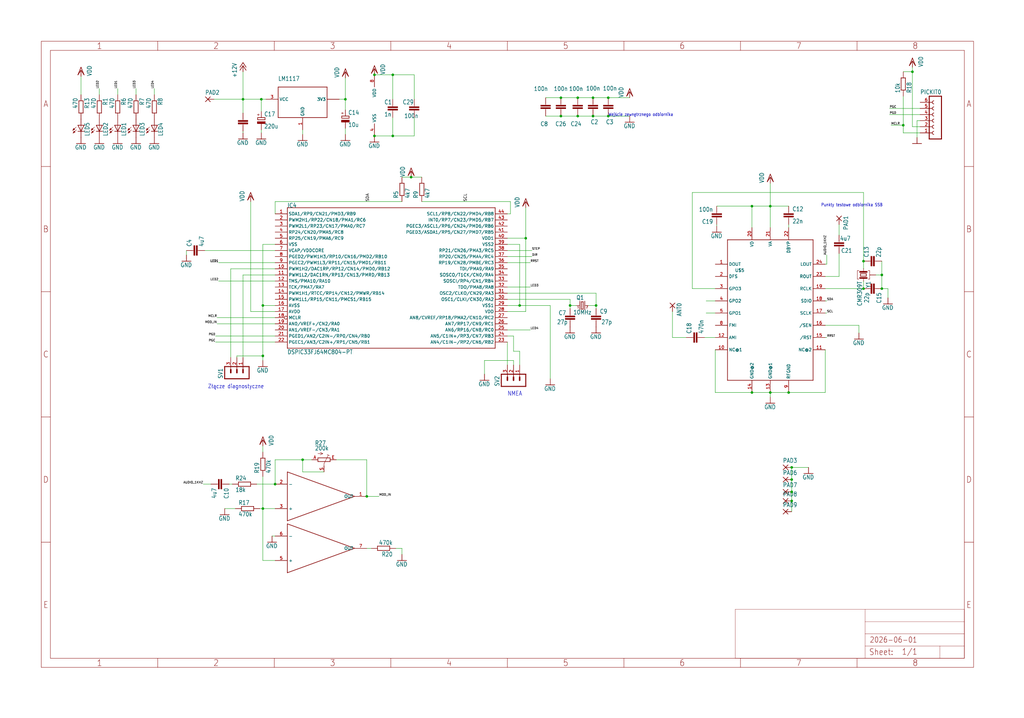
<source format=kicad_sch>
(kicad_sch (version 20231120) (generator "eeschema") (generator_version "8.0")
  (paper "User" 425.45 298.602)
  (junction (at 246.38 48.26))
  (junction (at 163.195 56.515))
  (junction (at 252.73 48.26))
  (junction (at 114.3 201.295))
  (junction (at 170.815 73.66))
  (junction (at 312.42 163.195))
  (junction (at 240.03 48.26))
  (junction (at 152.4 206.375))
  (junction (at 236.855 127))
  (junction (at 328.93 199.39))
  (junction (at 320.04 85.725))
  (junction (at 375.285 52.07))
  (junction (at 155.575 56.515))
  (junction (at 218.44 99.06))
  (junction (at 252.73 40.64))
  (junction (at 125.73 191.135))
  (junction (at 320.04 163.195))
  (junction (at 163.195 31.115))
  (junction (at 366.395 114.3))
  (junction (at 233.045 48.26))
  (junction (at 109.22 147.955))
  (junction (at 215.9 127))
  (junction (at 109.22 211.455))
  (junction (at 328.93 194.31))
  (junction (at 240.03 40.64))
  (junction (at 312.42 85.725))
  (junction (at 366.395 120.015))
  (junction (at 100.965 41.275))
  (junction (at 155.575 31.115))
  (junction (at 143.51 41.275))
  (junction (at 379.095 29.845))
  (junction (at 108.585 41.275))
  (junction (at 358.775 108.585))
  (junction (at 233.045 40.64))
  (junction (at 246.38 40.64))
  (junction (at 327.66 163.195))
  (junction (at 247.65 127))
  (junction (at 328.93 204.47))
  (junction (at 358.775 120.015))
  (junction (at 109.22 127))
  (junction (at 328.93 208.28))
  (wire (pts (xy 210.82 119.38) (xy 220.345 119.38)) (stroke (width 0.1524)))
  (wire (pts (xy 201.295 149.86) (xy 201.295 155.575)) (stroke (width 0.1524)))
  (wire (pts (xy 297.18 125.095) (xy 293.37 125.095)) (stroke (width 0.1524)))
  (wire (pts (xy 279.4 140.335) (xy 285.115 140.335)) (stroke (width 0.1524)))
  (wire (pts (xy 172.085 48.895) (xy 172.085 56.515)) (stroke (width 0.1524)))
  (wire (pts (xy 328.93 194.31) (xy 335.915 194.31)) (stroke (width 0.1524)))
  (wire (pts (xy 113.03 222.885) (xy 114.3 222.885)) (stroke (width 0.1524)))
  (wire (pts (xy 368.935 120.015) (xy 368.935 123.825)) (stroke (width 0.1524)))
  (wire (pts (xy 328.93 194.31) (xy 328.93 199.39)) (stroke (width 0.1524)))
  (wire (pts (xy 129.54 191.135) (xy 125.73 191.135)) (stroke (width 0.1524)))
  (wire (pts (xy 100.965 114.3) (xy 100.965 148.59)) (stroke (width 0.1524)))
  (wire (pts (xy 108.585 53.975) (xy 108.585 55.245)) (stroke (width 0.1524)))
  (wire (pts (xy 95.25 201.295) (xy 96.52 201.295)) (stroke (width 0.1524)))
  (wire (pts (xy 143.51 45.72) (xy 143.51 41.275)) (stroke (width 0.1524)))
  (wire (pts (xy 287.655 120.015) (xy 297.18 120.015)) (stroke (width 0.1524)))
  (wire (pts (xy 356.87 135.255) (xy 356.87 138.43)) (stroke (width 0.1524)))
  (wire (pts (xy 215.9 146.05) (xy 215.9 151.765)) (stroke (width 0.1524)))
  (wire (pts (xy 109.22 198.12) (xy 109.22 211.455)) (stroke (width 0.1524)))
  (wire (pts (xy 167.005 83.82) (xy 114.3 83.82)) (stroke (width 0.1524)))
  (wire (pts (xy 328.93 204.47) (xy 328.93 208.28)) (stroke (width 0.1524)))
  (wire (pts (xy 228.6 127) (xy 228.6 157.48)) (stroke (width 0.1524)))
  (wire (pts (xy 246.38 40.64) (xy 240.03 40.64)) (stroke (width 0.1524)))
  (wire (pts (xy 215.9 127) (xy 210.82 127)) (stroke (width 0.1524)))
  (wire (pts (xy 342.9 145.415) (xy 342.9 163.195)) (stroke (width 0.1524)))
  (wire (pts (xy 236.855 127) (xy 236.855 128.27)) (stroke (width 0.1524)))
  (wire (pts (xy 48.895 36.83) (xy 48.895 39.37)) (stroke (width 0.1524)))
  (wire (pts (xy 382.27 50.165) (xy 381 50.165)) (stroke (width 0.1524)))
  (wire (pts (xy 95.885 148.59) (xy 95.885 111.76)) (stroke (width 0.1524)))
  (wire (pts (xy 210.82 109.22) (xy 220.345 109.22)) (stroke (width 0.1524)))
  (wire (pts (xy 327.66 93.345) (xy 327.66 94.615)) (stroke (width 0.1524)))
  (wire (pts (xy 348.615 114.935) (xy 348.615 105.41)) (stroke (width 0.1524)))
  (wire (pts (xy 114.3 211.455) (xy 109.22 211.455)) (stroke (width 0.1524)))
  (wire (pts (xy 98.425 147.955) (xy 109.22 147.955)) (stroke (width 0.1524)))
  (wire (pts (xy 56.515 39.37) (xy 56.515 36.83)) (stroke (width 0.1524)))
  (wire (pts (xy 89.535 142.24) (xy 114.3 142.24)) (stroke (width 0.1524)))
  (wire (pts (xy 236.855 127) (xy 239.395 127)) (stroke (width 0.1524)))
  (wire (pts (xy 109.22 211.455) (xy 109.22 233.045)) (stroke (width 0.1524)))
  (wire (pts (xy 152.4 206.375) (xy 157.48 206.375)) (stroke (width 0.1524)))
  (wire (pts (xy 375.285 55.245) (xy 382.27 55.245)) (stroke (width 0.1524)))
  (wire (pts (xy 100.965 29.845) (xy 100.965 41.275)) (stroke (width 0.1524)))
  (wire (pts (xy 108.585 41.275) (xy 100.965 41.275)) (stroke (width 0.1524)))
  (wire (pts (xy 212.09 88.9) (xy 212.09 83.82)) (stroke (width 0.1524)))
  (wire (pts (xy 134.62 196.215) (xy 125.73 196.215)) (stroke (width 0.1524)))
  (wire (pts (xy 100.965 41.275) (xy 100.965 46.99)) (stroke (width 0.1524)))
  (wire (pts (xy 320.04 94.615) (xy 320.04 85.725)) (stroke (width 0.1524)))
  (wire (pts (xy 375.285 40.005) (xy 375.285 52.07)) (stroke (width 0.1524)))
  (wire (pts (xy 342.9 109.855) (xy 343.535 109.855)) (stroke (width 0.1524)))
  (wire (pts (xy 213.36 146.05) (xy 215.9 146.05)) (stroke (width 0.1524)))
  (wire (pts (xy 125.73 55.88) (xy 125.73 53.975)) (stroke (width 0.1524)))
  (wire (pts (xy 213.36 139.7) (xy 213.36 146.05)) (stroke (width 0.1524)))
  (wire (pts (xy 98.425 148.59) (xy 98.425 147.955)) (stroke (width 0.1524)))
  (wire (pts (xy 172.085 41.275) (xy 172.085 31.115)) (stroke (width 0.1524)))
  (wire (pts (xy 114.3 191.135) (xy 114.3 201.295)) (stroke (width 0.1524)))
  (wire (pts (xy 95.885 111.76) (xy 114.3 111.76)) (stroke (width 0.1524)))
  (wire (pts (xy 114.3 83.82) (xy 114.3 88.9)) (stroke (width 0.1524)))
  (wire (pts (xy 382.27 52.705) (xy 379.095 52.705)) (stroke (width 0.1524)))
  (wire (pts (xy 247.65 121.92) (xy 247.65 127)) (stroke (width 0.1524)))
  (wire (pts (xy 320.04 85.725) (xy 327.66 85.725)) (stroke (width 0.1524)))
  (wire (pts (xy 342.9 140.335) (xy 343.535 140.335)) (stroke (width 0.1524)))
  (wire (pts (xy 114.3 201.295) (xy 106.68 201.295)) (stroke (width 0.1524)))
  (wire (pts (xy 109.22 211.455) (xy 107.95 211.455)) (stroke (width 0.1524)))
  (wire (pts (xy 247.65 127) (xy 247.65 128.27)) (stroke (width 0.1524)))
  (wire (pts (xy 88.9 41.275) (xy 100.965 41.275)) (stroke (width 0.1524)))
  (wire (pts (xy 342.9 130.175) (xy 343.535 130.175)) (stroke (width 0.1524)))
  (wire (pts (xy 261.62 48.26) (xy 252.73 48.26)) (stroke (width 0.1524)))
  (wire (pts (xy 125.73 196.215) (xy 125.73 191.135)) (stroke (width 0.1524)))
  (wire (pts (xy 246.38 48.26) (xy 252.73 48.26)) (stroke (width 0.1524)))
  (wire (pts (xy 297.18 140.335) (xy 292.735 140.335)) (stroke (width 0.1524)))
  (wire (pts (xy 109.22 127) (xy 109.22 101.6)) (stroke (width 0.1524)))
  (wire (pts (xy 210.82 129.54) (xy 218.44 129.54)) (stroke (width 0.1524)))
  (wire (pts (xy 279.4 129.54) (xy 279.4 140.335)) (stroke (width 0.1524)))
  (wire (pts (xy 233.045 40.64) (xy 226.695 40.64)) (stroke (width 0.1524)))
  (wire (pts (xy 358.775 120.015) (xy 358.775 116.84)) (stroke (width 0.1524)))
  (wire (pts (xy 114.3 129.54) (xy 104.14 129.54)) (stroke (width 0.1524)))
  (wire (pts (xy 109.22 127) (xy 109.22 147.955)) (stroke (width 0.1524)))
  (wire (pts (xy 210.82 101.6) (xy 215.9 101.6)) (stroke (width 0.1524)))
  (wire (pts (xy 320.04 163.195) (xy 327.66 163.195)) (stroke (width 0.1524)))
  (wire (pts (xy 297.18 163.195) (xy 312.42 163.195)) (stroke (width 0.1524)))
  (wire (pts (xy 328.93 208.28) (xy 328.93 212.725)) (stroke (width 0.1524)))
  (wire (pts (xy 210.82 106.68) (xy 220.98 106.68)) (stroke (width 0.1524)))
  (wire (pts (xy 366.395 114.3) (xy 366.395 108.585)) (stroke (width 0.1524)))
  (wire (pts (xy 342.9 125.095) (xy 343.535 125.095)) (stroke (width 0.1524)))
  (wire (pts (xy 163.195 31.115) (xy 163.195 41.275)) (stroke (width 0.1524)))
  (wire (pts (xy 358.775 111.76) (xy 358.775 108.585)) (stroke (width 0.1524)))
  (wire (pts (xy 342.9 114.935) (xy 348.615 114.935)) (stroke (width 0.1524)))
  (wire (pts (xy 109.22 187.96) (xy 109.22 185.42)) (stroke (width 0.1524)))
  (wire (pts (xy 87.63 201.295) (xy 84.455 201.295)) (stroke (width 0.1524)))
  (wire (pts (xy 114.3 139.7) (xy 89.535 139.7)) (stroke (width 0.1524)))
  (wire (pts (xy 343.535 109.855) (xy 343.535 106.045)) (stroke (width 0.1524)))
  (wire (pts (xy 210.82 142.24) (xy 210.82 151.765)) (stroke (width 0.1524)))
  (wire (pts (xy 109.22 101.6) (xy 114.3 101.6)) (stroke (width 0.1524)))
  (wire (pts (xy 215.9 127) (xy 228.6 127)) (stroke (width 0.1524)))
  (wire (pts (xy 342.9 163.195) (xy 327.66 163.195)) (stroke (width 0.1524)))
  (wire (pts (xy 358.775 80.01) (xy 358.775 108.585)) (stroke (width 0.1524)))
  (wire (pts (xy 109.22 233.045) (xy 114.3 233.045)) (stroke (width 0.1524)))
  (wire (pts (xy 246.38 40.64) (xy 252.73 40.64)) (stroke (width 0.1524)))
  (wire (pts (xy 100.965 55.245) (xy 100.965 54.61)) (stroke (width 0.1524)))
  (wire (pts (xy 342.9 120.015) (xy 358.775 120.015)) (stroke (width 0.1524)))
  (wire (pts (xy 210.82 88.9) (xy 212.09 88.9)) (stroke (width 0.1524)))
  (wire (pts (xy 218.44 86.36) (xy 218.44 99.06)) (stroke (width 0.1524)))
  (wire (pts (xy 312.42 85.725) (xy 297.815 85.725)) (stroke (width 0.1524)))
  (wire (pts (xy 213.36 149.86) (xy 201.295 149.86)) (stroke (width 0.1524)))
  (wire (pts (xy 77.47 104.14) (xy 77.47 106.045)) (stroke (width 0.1524)))
  (wire (pts (xy 213.36 151.765) (xy 213.36 149.86)) (stroke (width 0.1524)))
  (wire (pts (xy 236.855 124.46) (xy 210.82 124.46)) (stroke (width 0.1524)))
  (wire (pts (xy 125.73 191.135) (xy 114.3 191.135)) (stroke (width 0.1524)))
  (wire (pts (xy 114.3 116.84) (xy 90.805 116.84)) (stroke (width 0.1524)))
  (wire (pts (xy 109.22 147.955) (xy 109.22 149.86)) (stroke (width 0.1524)))
  (wire (pts (xy 97.79 211.455) (xy 93.345 211.455)) (stroke (width 0.1524)))
  (wire (pts (xy 172.085 56.515) (xy 163.195 56.515)) (stroke (width 0.1524)))
  (wire (pts (xy 379.095 29.845) (xy 379.095 27.94)) (stroke (width 0.1524)))
  (wire (pts (xy 358.775 80.01) (xy 287.655 80.01)) (stroke (width 0.1524)))
  (wire (pts (xy 152.4 191.135) (xy 152.4 206.375)) (stroke (width 0.1524)))
  (wire (pts (xy 236.855 124.46) (xy 236.855 127)) (stroke (width 0.1524)))
  (wire (pts (xy 114.3 109.22) (xy 90.805 109.22)) (stroke (width 0.1524)))
  (wire (pts (xy 114.3 132.08) (xy 90.17 132.08)) (stroke (width 0.1524)))
  (wire (pts (xy 164.465 227.965) (xy 167.005 227.965)) (stroke (width 0.1524)))
  (wire (pts (xy 297.18 145.415) (xy 297.18 163.195)) (stroke (width 0.1524)))
  (wire (pts (xy 155.575 31.115) (xy 163.195 31.115)) (stroke (width 0.1524)))
  (wire (pts (xy 41.275 39.37) (xy 41.275 36.83)) (stroke (width 0.1524)))
  (wire (pts (xy 110.49 41.275) (xy 108.585 41.275)) (stroke (width 0.1524)))
  (wire (pts (xy 320.04 165.1) (xy 320.04 163.195)) (stroke (width 0.1524)))
  (wire (pts (xy 312.42 163.195) (xy 320.04 163.195)) (stroke (width 0.1524)))
  (wire (pts (xy 143.51 41.275) (xy 143.51 32.385)) (stroke (width 0.1524)))
  (wire (pts (xy 375.285 52.07) (xy 375.285 55.245)) (stroke (width 0.1524)))
  (wire (pts (xy 175.26 73.66) (xy 170.815 73.66)) (stroke (width 0.1524)))
  (wire (pts (xy 261.62 40.64) (xy 252.73 40.64)) (stroke (width 0.1524)))
  (wire (pts (xy 167.005 227.965) (xy 167.005 230.505)) (stroke (width 0.1524)))
  (wire (pts (xy 170.815 73.66) (xy 167.005 73.66)) (stroke (width 0.1524)))
  (wire (pts (xy 212.09 83.82) (xy 175.26 83.82)) (stroke (width 0.1524)))
  (wire (pts (xy 152.4 227.965) (xy 154.305 227.965)) (stroke (width 0.1524)))
  (wire (pts (xy 342.9 135.255) (xy 356.87 135.255)) (stroke (width 0.1524)))
  (wire (pts (xy 114.3 134.62) (xy 90.17 134.62)) (stroke (width 0.1524)))
  (wire (pts (xy 312.42 85.725) (xy 312.42 94.615)) (stroke (width 0.1524)))
  (wire (pts (xy 140.97 41.275) (xy 143.51 41.275)) (stroke (width 0.1524)))
  (wire (pts (xy 172.085 31.115) (xy 163.195 31.115)) (stroke (width 0.1524)))
  (wire (pts (xy 320.04 85.725) (xy 312.42 85.725)) (stroke (width 0.1524)))
  (wire (pts (xy 163.195 56.515) (xy 155.575 56.515)) (stroke (width 0.1524)))
  (wire (pts (xy 210.82 121.92) (xy 247.65 121.92)) (stroke (width 0.1524)))
  (wire (pts (xy 382.27 45.085) (xy 369.57 45.085)) (stroke (width 0.1524)))
  (wire (pts (xy 375.285 29.845) (xy 379.095 29.845)) (stroke (width 0.1524)))
  (wire (pts (xy 240.03 40.64) (xy 233.045 40.64)) (stroke (width 0.1524)))
  (wire (pts (xy 210.82 104.14) (xy 220.98 104.14)) (stroke (width 0.1524)))
  (wire (pts (xy 240.03 48.26) (xy 246.38 48.26)) (stroke (width 0.1524)))
  (wire (pts (xy 381 50.165) (xy 381 57.15)) (stroke (width 0.1524)))
  (wire (pts (xy 233.045 48.26) (xy 240.03 48.26)) (stroke (width 0.1524)))
  (wire (pts (xy 348.615 93.345) (xy 348.615 97.79)) (stroke (width 0.1524)))
  (wire (pts (xy 297.815 93.345) (xy 297.815 93.98)) (stroke (width 0.1524)))
  (wire (pts (xy 218.44 129.54) (xy 218.44 99.06)) (stroke (width 0.1524)))
  (wire (pts (xy 218.44 99.06) (xy 210.82 99.06)) (stroke (width 0.1524)))
  (wire (pts (xy 363.855 114.3) (xy 366.395 114.3)) (stroke (width 0.1524)))
  (wire (pts (xy 143.51 55.88) (xy 143.51 53.34)) (stroke (width 0.1524)))
  (wire (pts (xy 379.095 52.705) (xy 379.095 29.845)) (stroke (width 0.1524)))
  (wire (pts (xy 370.205 52.07) (xy 375.285 52.07)) (stroke (width 0.1524)))
  (wire (pts (xy 108.585 41.275) (xy 108.585 46.355)) (stroke (width 0.1524)))
  (wire (pts (xy 139.7 191.135) (xy 152.4 191.135)) (stroke (width 0.1524)))
  (wire (pts (xy 64.135 39.37) (xy 64.135 36.83)) (stroke (width 0.1524)))
  (wire (pts (xy 366.395 120.015) (xy 368.935 120.015)) (stroke (width 0.1524)))
  (wire (pts (xy 104.14 129.54) (xy 104.14 83.82)) (stroke (width 0.1524)))
  (wire (pts (xy 366.395 114.3) (xy 366.395 120.015)) (stroke (width 0.1524)))
  (wire (pts (xy 220.345 137.16) (xy 210.82 137.16)) (stroke (width 0.1524)))
  (wire (pts (xy 244.475 127) (xy 247.65 127)) (stroke (width 0.1524)))
  (wire (pts (xy 320.04 85.725) (xy 320.04 76.2)) (stroke (width 0.1524)))
  (wire (pts (xy 226.695 48.26) (xy 233.045 48.26)) (stroke (width 0.1524)))
  (wire (pts (xy 33.655 31.75) (xy 33.655 39.37)) (stroke (width 0.1524)))
  (wire (pts (xy 114.3 127) (xy 109.22 127)) (stroke (width 0.1524)))
  (wire (pts (xy 114.3 114.3) (xy 100.965 114.3)) (stroke (width 0.1524)))
  (wire (pts (xy 369.57 47.625) (xy 382.27 47.625)) (stroke (width 0.1524)))
  (wire (pts (xy 210.82 139.7) (xy 213.36 139.7)) (stroke (width 0.1524)))
  (wire (pts (xy 297.18 130.175) (xy 293.37 130.175)) (stroke (width 0.1524)))
  (wire (pts (xy 287.655 80.01) (xy 287.655 120.015)) (stroke (width 0.1524)))
  (wire (pts (xy 114.3 104.14) (xy 85.09 104.14)) (stroke (width 0.1524)))
  (wire (pts (xy 215.9 101.6) (xy 215.9 127)) (stroke (width 0.1524)))
  (wire (pts (xy 328.93 199.39) (xy 328.93 204.47)) (stroke (width 0.1524)))
  (wire (pts (xy 163.195 48.895) (xy 163.195 56.515)) (stroke (width 0.1524)))
  (text "Złącze diagnostyczne" (at 86.36 161.798 0) (effects (font (size 1.6764 1.4249)) (justify left bottom)))
  (text "Wejście zewnętrznego odbiornika" (at 252.7046 48.5648 0) (effects (font (size 1.27 1.0795)) (justify left bottom)))
  (text "Punkty testowe odbiornika SSB" (at 341.122 86.106 0) (effects (font (size 1.27 1.0795)) (justify left bottom)))
  (text "NMEA" (at 210.82 164.846 0) (effects (font (size 1.778 1.5113)) (justify left bottom)))
  (label "AUDIO_1KHZ" (at 84.455 201.295 180) (effects (font (size 0.889 0.889))))
  (label "RRST" (at 220.345 109.22 0) (effects (font (size 0.889 0.889))))
  (label "LED4" (at 220.345 137.16 0) (effects (font (size 0.889 0.889))))
  (label "PGC" (at 89.535 142.24 180) (effects (font (size 0.889 0.889))))
  (label "LED2" (at 41.275 36.83 90) (effects (font (size 0.889 0.889))))
  (label "PGC" (at 369.57 45.085 0) (effects (font (size 0.889 0.889))))
  (label "LED4" (at 64.135 36.83 90) (effects (font (size 0.889 0.889))))
  (label "SDA" (at 153.67 83.82 90) (effects (font (size 1.1735 1.1735))))
  (label "AUDIO_1KHZ" (at 343.535 106.045 90) (effects (font (size 0.889 0.889))))
  (label "LED2" (at 90.805 116.84 180) (effects (font (size 0.889 0.889))))
  (label "LED1" (at 90.805 109.22 180) (effects (font (size 0.889 0.889))))
  (label "RRST" (at 343.535 140.335 0) (effects (font (size 0.889 0.889))))
  (label "MOD_IN" (at 157.48 206.375 0) (effects (font (size 0.889 0.889))))
  (label "SCL" (at 343.535 130.175 0) (effects (font (size 0.889 0.889))))
  (label "MCLR" (at 370.205 52.07 0) (effects (font (size 0.889 0.889))))
  (label "DIR" (at 220.98 106.68 0) (effects (font (size 0.889 0.889))))
  (label "LED3" (at 220.345 119.38 0) (effects (font (size 0.889 0.889))))
  (label "PGD" (at 369.57 47.625 0) (effects (font (size 0.889 0.889))))
  (label "SDA" (at 343.535 125.095 0) (effects (font (size 0.889 0.889))))
  (label "LED1" (at 90.805 109.22 180) (effects (font (size 0.889 0.889))))
  (label "MCLR" (at 90.17 132.08 180) (effects (font (size 0.889 0.889))))
  (label "PGD" (at 89.535 139.7 180) (effects (font (size 0.889 0.889))))
  (label "LED3" (at 56.515 36.83 90) (effects (font (size 0.889 0.889))))
  (label "LED1" (at 48.895 36.83 90) (effects (font (size 0.889 0.889))))
  (label "MOD_IN" (at 90.17 134.62 180) (effects (font (size 0.889 0.889))))
  (label "STEP" (at 220.98 104.14 0) (effects (font (size 0.889 0.889))))
  (label "SCL" (at 194.31 83.82 90) (effects (font (size 1.1735 1.1735))))
  (symbol (lib_id "uproszczony_odbiornik-eagle-import:C-EUC0805K") (at 246.38 43.18 0) (unit 1)
    (property "Reference" "C2" (at 245.364 51.689 0) (effects (font (size 1.778 1.5113)) (justify left bottom)))
    (property "Value" "100n" (at 243.459 37.719 0) (effects (font (size 1.778 1.5113)) (justify left bottom)))
    (property "Footprint" "uproszczony_odbiornik:C0805K" (effects (hide yes)))
  )
  (symbol (lib_id "uproszczony_odbiornik-eagle-import:GND") (at 93.345 213.995 0) (unit 1)
    (property "Reference" "#GND025" (effects (hide yes)))
    (property "Value" "GND" (at 90.805 216.535 0) (effects (font (size 1.778 1.5113)) (justify left bottom)))
  )
  (symbol (lib_id "uproszczony_odbiornik-eagle-import:1,6/0,9") (at 326.39 208.28 0) (unit 1)
    (property "Reference" "PAD8" (at 325.247 206.4258 0) (effects (font (size 1.778 1.5113)) (justify left bottom)))
    (property "Value" "1,6/0,9" (effects (hide yes)))
    (property "Footprint" "uproszczony_odbiornik:1,6_0,9" (effects (hide yes)))
  )
  (symbol (lib_id "uproszczony_odbiornik-eagle-import:GND") (at 247.65 138.43 0) (unit 1)
    (property "Reference" "#GND03" (effects (hide yes)))
    (property "Value" "GND" (at 245.11 140.97 0) (effects (font (size 1.778 1.5113)) (justify left bottom)))
  )
  (symbol (lib_id "uproszczony_odbiornik-eagle-import:LEDCHIP-LED0805") (at 56.515 52.07 0) (unit 1)
    (property "Reference" "LED3" (at 60.071 56.642 90) (effects (font (size 1.778 1.5113)) (justify left bottom)))
    (property "Value" "LEDCHIP-LED0805" (effects (hide yes)))
    (property "Footprint" "uproszczony_odbiornik:CHIP-LED0805" (effects (hide yes)))
  )
  (symbol (lib_id "uproszczony_odbiornik-eagle-import:GND") (at 335.915 196.85 0) (unit 1)
    (property "Reference" "#GND030" (effects (hide yes)))
    (property "Value" "GND" (at 333.375 199.39 0) (effects (font (size 1.778 1.5113)) (justify left bottom)))
  )
  (symbol (lib_id "uproszczony_odbiornik-eagle-import:1,6/0,9") (at 279.4 127 270) (unit 1)
    (property "Reference" "ANT0" (at 281.2542 125.857 0) (effects (font (size 1.778 1.5113)) (justify left bottom)))
    (property "Value" "1,6/0,9" (effects (hide yes)))
    (property "Footprint" "uproszczony_odbiornik:1,6_0,9" (effects (hide yes)))
  )
  (symbol (lib_id "uproszczony_odbiornik-eagle-import:R-EU_R0805") (at 56.515 44.45 270) (unit 1)
    (property "Reference" "R7" (at 58.0136 40.64 0) (effects (font (size 1.778 1.5113)) (justify left bottom)))
    (property "Value" "470" (at 53.213 40.64 0) (effects (font (size 1.778 1.5113)) (justify left bottom)))
    (property "Footprint" "uproszczony_odbiornik:R0805" (effects (hide yes)))
  )
  (symbol (lib_id "uproszczony_odbiornik-eagle-import:GND") (at 368.935 126.365 0) (unit 1)
    (property "Reference" "#GND029" (effects (hide yes)))
    (property "Value" "GND" (at 366.395 128.905 0) (effects (font (size 1.778 1.5113)) (justify left bottom)))
  )
  (symbol (lib_id "uproszczony_odbiornik-eagle-import:R-EU_R0805") (at 48.895 44.45 270) (unit 1)
    (property "Reference" "R6" (at 50.3936 40.64 0) (effects (font (size 1.778 1.5113)) (justify left bottom)))
    (property "Value" "470" (at 45.593 40.64 0) (effects (font (size 1.778 1.5113)) (justify left bottom)))
    (property "Footprint" "uproszczony_odbiornik:R0805" (effects (hide yes)))
  )
  (symbol (lib_id "uproszczony_odbiornik-eagle-import:GND") (at 201.295 158.115 0) (unit 1)
    (property "Reference" "#GND018" (effects (hide yes)))
    (property "Value" "GND" (at 198.755 160.655 0) (effects (font (size 1.778 1.5113)) (justify left bottom)))
  )
  (symbol (lib_id "uproszczony_odbiornik-eagle-import:GND") (at 261.62 50.8 0) (unit 1)
    (property "Reference" "#GND06" (effects (hide yes)))
    (property "Value" "GND" (at 259.08 53.34 0) (effects (font (size 1.778 1.5113)) (justify left bottom)))
  )
  (symbol (lib_id "uproszczony_odbiornik-eagle-import:GND") (at 320.04 167.64 0) (unit 1)
    (property "Reference" "#GND028" (effects (hide yes)))
    (property "Value" "GND" (at 317.5 170.18 0) (effects (font (size 1.778 1.5113)) (justify left bottom)))
  )
  (symbol (lib_id "uproszczony_odbiornik-eagle-import:R-EU_R0805") (at 167.005 78.74 90) (unit 1)
    (property "Reference" "R5" (at 165.5064 82.55 0) (effects (font (size 1.778 1.5113)) (justify left bottom)))
    (property "Value" "4k7" (at 170.307 82.55 0) (effects (font (size 1.778 1.5113)) (justify left bottom)))
    (property "Footprint" "uproszczony_odbiornik:R0805" (effects (hide yes)))
  )
  (symbol (lib_id "uproszczony_odbiornik-eagle-import:DSPIC33FJ64MC804-PT") (at 165.1 114.3 0) (unit 1)
    (property "Reference" "IC4" (at 119.38 86.36 0) (effects (font (size 1.778 1.5113)) (justify left bottom)))
    (property "Value" "DSPIC33FJ64MC804-PT" (at 119.38 147.32 0) (effects (font (size 1.778 1.5113)) (justify left bottom)))
    (property "Footprint" "uproszczony_odbiornik:TQFP44" (effects (hide yes)))
  )
  (symbol (lib_id "uproszczony_odbiornik-eagle-import:VDD") (at 218.44 83.82 0) (unit 1)
    (property "Reference" "#VDD07" (effects (hide yes)))
    (property "Value" "VDD" (at 215.9 86.36 90) (effects (font (size 1.778 1.5113)) (justify left bottom)))
  )
  (symbol (lib_id "uproszczony_odbiornik-eagle-import:LM1117") (at 125.73 43.815 0) (unit 1)
    (property "Reference" "U$3" (effects (hide yes)))
    (property "Value" "LM1117" (at 115.57 33.655 0) (effects (font (size 1.778 1.5113)) (justify left bottom)))
    (property "Footprint" "uproszczony_odbiornik:SOT223-3" (effects (hide yes)))
  )
  (symbol (lib_id "uproszczony_odbiornik-eagle-import:R-EU_R0805") (at 41.275 44.45 270) (unit 1)
    (property "Reference" "R1" (at 42.7736 40.64 0) (effects (font (size 1.778 1.5113)) (justify left bottom)))
    (property "Value" "470" (at 37.973 40.64 0) (effects (font (size 1.778 1.5113)) (justify left bottom)))
    (property "Footprint" "uproszczony_odbiornik:R0805" (effects (hide yes)))
  )
  (symbol (lib_id "uproszczony_odbiornik-eagle-import:CPOL-EUSMCB") (at 143.51 48.26 0) (unit 1)
    (property "Reference" "C14" (at 144.653 47.7774 0) (effects (font (size 1.778 1.5113)) (justify left bottom)))
    (property "Value" "10u" (at 144.653 52.8574 0) (effects (font (size 1.778 1.5113)) (justify left bottom)))
    (property "Footprint" "uproszczony_odbiornik:SMC_B" (effects (hide yes)))
  )
  (symbol (lib_id "uproszczony_odbiornik-eagle-import:GND") (at 381 59.69 0) (mirror y) (unit 1)
    (property "Reference" "#GND04" (effects (hide yes)))
    (property "Value" "GND" (effects (hide yes)))
  )
  (symbol (lib_id "uproszczony_odbiornik-eagle-import:LEDCHIP-LED0805") (at 33.655 52.07 0) (unit 1)
    (property "Reference" "LED5" (at 37.211 56.642 90) (effects (font (size 1.778 1.5113)) (justify left bottom)))
    (property "Value" "LEDCHIP-LED0805" (effects (hide yes)))
    (property "Footprint" "uproszczony_odbiornik:CHIP-LED0805" (effects (hide yes)))
  )
  (symbol (lib_id "uproszczony_odbiornik-eagle-import:C-EUC0805K") (at 247.65 130.81 0) (unit 1)
    (property "Reference" "C9" (at 249.174 130.429 0) (effects (font (size 1.778 1.5113)) (justify left bottom)))
    (property "Value" "27p" (at 249.809 134.874 0) (effects (font (size 1.778 1.5113)) (justify left bottom)))
    (property "Footprint" "uproszczony_odbiornik:C0805K" (effects (hide yes)))
  )
  (symbol (lib_id "uproszczony_odbiornik-eagle-import:CRYSTALHC49U-V") (at 241.935 127 0) (unit 1)
    (property "Reference" "Q1" (at 239.395 124.714 0) (effects (font (size 1.778 1.5113)) (justify left bottom)))
    (property "Value" "10MHz" (at 238.125 130.81 0) (effects (font (size 1.778 1.5113)) (justify left bottom)))
    (property "Footprint" "uproszczony_odbiornik:HC49U-V" (effects (hide yes)))
  )
  (symbol (lib_id "uproszczony_odbiornik-eagle-import:SI4735-D60") (at 307.34 112.395 0) (unit 1)
    (property "Reference" "U$5" (at 307.34 112.395 0))
    (property "Value" "SI4735-D60" (effects (hide yes)))
    (property "Footprint" "uproszczony_odbiornik:SSOP24" (effects (hide yes)))
  )
  (symbol (lib_id "uproszczony_odbiornik-eagle-import:C-EUC0603K") (at 297.815 90.805 180) (unit 1)
    (property "Reference" "C19" (at 296.291 91.186 0) (effects (font (size 1.778 1.5113)) (justify left bottom)))
    (property "Value" "100n" (at 296.291 86.106 0) (effects (font (size 1.778 1.5113)) (justify left bottom)))
    (property "Footprint" "uproszczony_odbiornik:C0603K" (effects (hide yes)))
  )
  (symbol (lib_id "uproszczony_odbiornik-eagle-import:GND") (at 108.585 57.785 0) (unit 1)
    (property "Reference" "#GND040" (effects (hide yes)))
    (property "Value" "GND" (at 106.045 60.325 0) (effects (font (size 1.778 1.5113)) (justify left bottom)))
  )
  (symbol (lib_id "uproszczony_odbiornik-eagle-import:GND") (at 100.965 57.785 0) (unit 1)
    (property "Reference" "#GND09" (effects (hide yes)))
    (property "Value" "GND" (at 98.425 60.325 0) (effects (font (size 1.778 1.5113)) (justify left bottom)))
  )
  (symbol (lib_id "uproszczony_odbiornik-eagle-import:GND") (at 356.87 140.97 0) (unit 1)
    (property "Reference" "#GND035" (effects (hide yes)))
    (property "Value" "GND" (at 354.33 143.51 0) (effects (font (size 1.778 1.5113)) (justify left bottom)))
  )
  (symbol (lib_id "uproszczony_odbiornik-eagle-import:A3L-LOC") (at 17.145 277.495 0) (unit 1)
    (property "Reference" "#FRAME1" (effects (hide yes)))
    (property "Value" "A3L-LOC" (effects (hide yes)))
    (property "AUTHOR" "Tom SP9UOB" (effects (hide yes)))
  )
  (symbol (lib_id "uproszczony_odbiornik-eagle-import:GND") (at 228.6 160.02 0) (unit 1)
    (property "Reference" "#GND015" (effects (hide yes)))
    (property "Value" "GND" (at 226.06 162.56 0) (effects (font (size 1.778 1.5113)) (justify left bottom)))
  )
  (symbol (lib_id "uproszczony_odbiornik-eagle-import:VDD") (at 261.62 38.1 0) (unit 1)
    (property "Reference" "#VDD01" (effects (hide yes)))
    (property "Value" "VDD" (at 259.08 40.64 90) (effects (font (size 1.778 1.5113)) (justify left bottom)))
  )
  (symbol (lib_id "uproszczony_odbiornik-eagle-import:TRIM_EU-RJ9W") (at 134.62 191.135 270) (unit 1)
    (property "Reference" "R27" (at 130.81 185.166 90) (effects (font (size 1.778 1.5113)) (justify left bottom)))
    (property "Value" "200k" (at 130.81 187.325 90) (effects (font (size 1.778 1.5113)) (justify left bottom)))
    (property "Footprint" "uproszczony_odbiornik:RJ9W" (effects (hide yes)))
  )
  (symbol (lib_id "uproszczony_odbiornik-eagle-import:GND") (at 143.51 58.42 0) (unit 1)
    (property "Reference" "#GND039" (effects (hide yes)))
    (property "Value" "GND" (at 140.97 60.96 0) (effects (font (size 1.778 1.5113)) (justify left bottom)))
  )
  (symbol (lib_id "uproszczony_odbiornik-eagle-import:1,6/0,9") (at 326.39 194.31 0) (unit 1)
    (property "Reference" "PAD3" (at 325.247 192.4558 0) (effects (font (size 1.778 1.5113)) (justify left bottom)))
    (property "Value" "1,6/0,9" (effects (hide yes)))
    (property "Footprint" "uproszczony_odbiornik:1,6_0,9" (effects (hide yes)))
  )
  (symbol (lib_id "uproszczony_odbiornik-eagle-import:C-EUC0805K") (at 240.03 45.72 180) (unit 1)
    (property "Reference" "C24" (at 241.681 50.546 0) (effects (font (size 1.778 1.5113)) (justify left bottom)))
    (property "Value" "100n" (at 242.316 35.941 0) (effects (font (size 1.778 1.5113)) (justify left bottom)))
    (property "Footprint" "uproszczony_odbiornik:C0805K" (effects (hide yes)))
  )
  (symbol (lib_id "uproszczony_odbiornik-eagle-import:1,6/0,9") (at 348.615 90.805 270) (unit 1)
    (property "Reference" "PAD1" (at 350.4692 89.662 0) (effects (font (size 1.778 1.5113)) (justify left bottom)))
    (property "Value" "1,6/0,9" (effects (hide yes)))
    (property "Footprint" "uproszczony_odbiornik:1,6_0,9" (effects (hide yes)))
  )
  (symbol (lib_id "uproszczony_odbiornik-eagle-import:C-EUC0805K") (at 172.085 43.815 0) (unit 1)
    (property "Reference" "C29" (at 167.259 43.434 0) (effects (font (size 1.778 1.5113)) (justify left bottom)))
    (property "Value" "100n" (at 167.894 49.149 0) (effects (font (size 1.778 1.5113)) (justify left bottom)))
    (property "Footprint" "uproszczony_odbiornik:C0805K" (effects (hide yes)))
  )
  (symbol (lib_id "uproszczony_odbiornik-eagle-import:C-EUC0603K") (at 327.66 88.265 0) (unit 1)
    (property "Reference" "C12" (at 329.184 87.884 0) (effects (font (size 1.778 1.5113)) (justify left bottom)))
    (property "Value" "22n" (at 329.184 92.964 0) (effects (font (size 1.778 1.5113)) (justify left bottom)))
    (property "Footprint" "uproszczony_odbiornik:C0603K" (effects (hide yes)))
  )
  (symbol (lib_id "uproszczony_odbiornik-eagle-import:R-EU_M0805") (at 102.87 211.455 0) (unit 1)
    (property "Reference" "R17" (at 99.06 209.9564 0) (effects (font (size 1.778 1.5113)) (justify left bottom)))
    (property "Value" "470k" (at 99.06 214.757 0) (effects (font (size 1.778 1.5113)) (justify left bottom)))
    (property "Footprint" "uproszczony_odbiornik:M0805" (effects (hide yes)))
  )
  (symbol (lib_id "uproszczony_odbiornik-eagle-import:GND") (at 41.275 59.69 0) (unit 1)
    (property "Reference" "#GND05" (effects (hide yes)))
    (property "Value" "GND" (at 38.735 62.23 0) (effects (font (size 1.778 1.5113)) (justify left bottom)))
  )
  (symbol (lib_id "uproszczony_odbiornik-eagle-import:1,6/0,9") (at 326.39 212.725 0) (unit 1)
    (property "Reference" "PAD9" (at 325.247 210.8708 0) (effects (font (size 1.778 1.5113)) (justify left bottom)))
    (property "Value" "1,6/0,9" (effects (hide yes)))
    (property "Footprint" "uproszczony_odbiornik:1,6_0,9" (effects (hide yes)))
  )
  (symbol (lib_id "uproszczony_odbiornik-eagle-import:C-EUC0603K") (at 287.655 140.335 90) (unit 1)
    (property "Reference" "C18" (at 287.274 138.811 0) (effects (font (size 1.778 1.5113)) (justify left bottom)))
    (property "Value" "470n" (at 292.354 138.811 0) (effects (font (size 1.778 1.5113)) (justify left bottom)))
    (property "Footprint" "uproszczony_odbiornik:C0603K" (effects (hide yes)))
  )
  (symbol (lib_id "uproszczony_odbiornik-eagle-import:C-EUC0603K") (at 363.855 120.015 270) (unit 1)
    (property "Reference" "C15" (at 364.236 121.539 0) (effects (font (size 1.778 1.5113)) (justify left bottom)))
    (property "Value" "22p" (at 359.156 121.539 0) (effects (font (size 1.778 1.5113)) (justify left bottom)))
    (property "Footprint" "uproszczony_odbiornik:C0603K" (effects (hide yes)))
  )
  (symbol (lib_id "uproszczony_odbiornik-eagle-import:MA03-1") (at 98.425 156.21 90) (unit 1)
    (property "Reference" "SV1" (at 92.583 157.48 0) (effects (font (size 1.778 1.5113)) (justify left bottom)))
    (property "Value" "MA03-1" (effects (hide yes)))
    (property "Footprint" "uproszczony_odbiornik:MA03-1" (effects (hide yes)))
  )
  (symbol (lib_id "uproszczony_odbiornik-eagle-import:LEDCHIP-LED0805") (at 41.275 52.07 0) (unit 1)
    (property "Reference" "LED2" (at 44.831 56.642 90) (effects (font (size 1.778 1.5113)) (justify left bottom)))
    (property "Value" "LEDCHIP-LED0805" (effects (hide yes)))
    (property "Footprint" "uproszczony_odbiornik:CHIP-LED0805" (effects (hide yes)))
  )
  (symbol (lib_id "uproszczony_odbiornik-eagle-import:+12V") (at 100.965 27.305 0) (unit 1)
    (property "Reference" "#P+05" (effects (hide yes)))
    (property "Value" "+12V" (at 98.425 32.385 90) (effects (font (size 1.778 1.5113)) (justify left bottom)))
  )
  (symbol (lib_id "uproszczony_odbiornik-eagle-import:GND") (at 109.22 152.4 0) (unit 1)
    (property "Reference" "#GND017" (effects (hide yes)))
    (property "Value" "GND" (at 106.68 154.94 0) (effects (font (size 1.778 1.5113)) (justify left bottom)))
  )
  (symbol (lib_id "uproszczony_odbiornik-eagle-import:C-EUC0805K") (at 226.695 45.72 180) (unit 1)
    (property "Reference" "C8" (at 227.711 50.546 0) (effects (font (size 1.778 1.5113)) (justify left bottom)))
    (property "Value" "100n" (at 227.711 35.941 0) (effects (font (size 1.778 1.5113)) (justify left bottom)))
    (property "Footprint" "uproszczony_odbiornik:C0805K" (effects (hide yes)))
  )
  (symbol (lib_id "uproszczony_odbiornik-eagle-import:FE06-1") (at 389.89 50.165 0) (mirror y) (unit 1)
    (property "Reference" "PICKIT0" (at 391.16 39.243 0) (effects (font (size 1.778 1.5113)) (justify left bottom)))
    (property "Value" "FE06-1" (effects (hide yes)))
    (property "Footprint" "uproszczony_odbiornik:FE06" (effects (hide yes)))
  )
  (symbol (lib_id "uproszczony_odbiornik-eagle-import:GND") (at 64.135 59.69 0) (unit 1)
    (property "Reference" "#GND014" (effects (hide yes)))
    (property "Value" "GND" (at 61.595 62.23 0) (effects (font (size 1.778 1.5113)) (justify left bottom)))
  )
  (symbol (lib_id "uproszczony_odbiornik-eagle-import:MCP607SO8") (at 137.16 213.995 0) (unit 1)
    (property "Reference" "U$1" (effects (hide yes)))
    (property "Value" "MCP607SO8" (effects (hide yes)))
    (property "Footprint" "uproszczony_odbiornik:SOIC8" (effects (hide yes)))
  )
  (symbol (lib_id "uproszczony_odbiornik-eagle-import:C-EUC0805K") (at 163.195 43.815 0) (unit 1)
    (property "Reference" "C1" (at 159.639 43.434 0) (effects (font (size 1.778 1.5113)) (justify left bottom)))
    (property "Value" "1n" (at 159.639 48.514 0) (effects (font (size 1.778 1.5113)) (justify left bottom)))
    (property "Footprint" "uproszczony_odbiornik:C0805K" (effects (hide yes)))
  )
  (symbol (lib_id "uproszczony_odbiornik-eagle-import:R-EU_R0805") (at 175.26 78.74 90) (unit 1)
    (property "Reference" "R9" (at 173.7614 82.55 0) (effects (font (size 1.778 1.5113)) (justify left bottom)))
    (property "Value" "4k7" (at 178.562 82.55 0) (effects (font (size 1.778 1.5113)) (justify left bottom)))
    (property "Footprint" "uproszczony_odbiornik:R0805" (effects (hide yes)))
  )
  (symbol (lib_id "uproszczony_odbiornik-eagle-import:R-EU_M0805") (at 109.22 193.04 90) (unit 1)
    (property "Reference" "R19" (at 107.7214 196.85 0) (effects (font (size 1.778 1.5113)) (justify left bottom)))
    (property "Value" "470k" (at 112.522 196.85 0) (effects (font (size 1.778 1.5113)) (justify left bottom)))
    (property "Footprint" "uproszczony_odbiornik:M0805" (effects (hide yes)))
  )
  (symbol (lib_id "uproszczony_odbiornik-eagle-import:1,6/0,9") (at 326.39 204.47 0) (unit 1)
    (property "Reference" "PAD7" (at 325.247 202.6158 0) (effects (font (size 1.778 1.5113)) (justify left bottom)))
    (property "Value" "1,6/0,9" (effects (hide yes)))
    (property "Footprint" "uproszczony_odbiornik:1,6_0,9" (effects (hide yes)))
  )
  (symbol (lib_id "uproszczony_odbiornik-eagle-import:VDD") (at 143.51 29.845 0) (unit 1)
    (property "Reference" "#VDD09" (effects (hide yes)))
    (property "Value" "VDD" (at 140.97 32.385 90) (effects (font (size 1.778 1.5113)) (justify left bottom)))
  )
  (symbol (lib_id "uproszczony_odbiornik-eagle-import:VDD") (at 320.04 73.66 0) (unit 1)
    (property "Reference" "#VDD011" (effects (hide yes)))
    (property "Value" "VDD" (at 317.5 76.2 90) (effects (font (size 1.778 1.5113)) (justify left bottom)))
  )
  (symbol (lib_id "uproszczony_odbiornik-eagle-import:MCP607SO8") (at 155.575 43.815 0) (unit 3)
    (property "Reference" "U$1" (effects (hide yes)))
    (property "Value" "MCP607SO8" (effects (hide yes)))
    (property "Footprint" "uproszczony_odbiornik:SOIC8" (effects (hide yes)))
  )
  (symbol (lib_id "uproszczony_odbiornik-eagle-import:CMR309T") (at 358.775 114.3 270) (unit 1)
    (property "Reference" "Y1" (at 359.791 116.84 0) (effects (font (size 1.778 1.5113)) (justify left bottom)))
    (property "Value" "CMR309T" (at 356.235 116.84 0) (effects (font (size 1.778 1.5113)) (justify left bottom)))
    (property "Footprint" "uproszczony_odbiornik:CMR309T" (effects (hide yes)))
  )
  (symbol (lib_id "uproszczony_odbiornik-eagle-import:C-EUC0805K") (at 252.73 43.18 0) (unit 1)
    (property "Reference" "C3" (at 251.714 51.689 0) (effects (font (size 1.778 1.5113)) (justify left bottom)))
    (property "Value" "100n" (at 250.444 37.719 0) (effects (font (size 1.778 1.5113)) (justify left bottom)))
    (property "Footprint" "uproszczony_odbiornik:C0805K" (effects (hide yes)))
  )
  (symbol (lib_id "uproszczony_odbiornik-eagle-import:GND") (at 77.47 108.585 0) (unit 1)
    (property "Reference" "#GND012" (effects (hide yes)))
    (property "Value" "GND" (at 74.93 111.125 0) (effects (font (size 1.778 1.5113)) (justify left bottom)))
  )
  (symbol (lib_id "uproszczony_odbiornik-eagle-import:VDD") (at 379.095 25.4 0) (mirror y) (unit 1)
    (property "Reference" "#VDD06" (effects (hide yes)))
    (property "Value" "VDD" (at 381.635 27.94 90) (effects (font (size 1.778 1.5113)) (justify left bottom)))
  )
  (symbol (lib_id "uproszczony_odbiornik-eagle-import:1,6/0,9") (at 86.36 41.275 0) (unit 1)
    (property "Reference" "PAD2" (at 85.217 39.4208 0) (effects (font (size 1.778 1.5113)) (justify left bottom)))
    (property "Value" "1,6/0,9" (effects (hide yes)))
    (property "Footprint" "uproszczony_odbiornik:1,6_0,9" (effects (hide yes)))
  )
  (symbol (lib_id "uproszczony_odbiornik-eagle-import:GND") (at 236.855 138.43 0) (unit 1)
    (property "Reference" "#GND01" (effects (hide yes)))
    (property "Value" "GND" (at 234.315 140.97 0) (effects (font (size 1.778 1.5113)) (justify left bottom)))
  )
  (symbol (lib_id "uproszczony_odbiornik-eagle-import:GND") (at 56.515 59.69 0) (unit 1)
    (property "Reference" "#GND013" (effects (hide yes)))
    (property "Value" "GND" (at 53.975 62.23 0) (effects (font (size 1.778 1.5113)) (justify left bottom)))
  )
  (symbol (lib_id "uproszczony_odbiornik-eagle-import:GND") (at 113.03 225.425 0) (unit 1)
    (property "Reference" "#GND024" (effects (hide yes)))
    (property "Value" "GND" (at 110.49 227.965 0) (effects (font (size 1.778 1.5113)) (justify left bottom)))
  )
  (symbol (lib_id "uproszczony_odbiornik-eagle-import:C-EUC0805K") (at 100.965 49.53 0) (unit 1)
    (property "Reference" "C5" (effects (hide yes)))
    (property "Value" "100n" (effects (hide yes)))
    (property "Footprint" "uproszczony_odbiornik:C0805K" (effects (hide yes)))
  )
  (symbol (lib_id "uproszczony_odbiornik-eagle-import:GND") (at 167.005 233.045 0) (unit 1)
    (property "Reference" "#GND044" (effects (hide yes)))
    (property "Value" "GND" (at 164.465 235.585 0) (effects (font (size 1.778 1.5113)) (justify left bottom)))
  )
  (symbol (lib_id "uproszczony_odbiornik-eagle-import:R-EU_R0805") (at 375.285 34.925 270) (mirror x) (unit 1)
    (property "Reference" "R18" (at 376.7836 38.735 0) (effects (font (size 1.778 1.5113)) (justify left bottom)))
    (property "Value" "10k" (at 371.983 38.735 0) (effects (font (size 1.778 1.5113)) (justify left bottom)))
    (property "Footprint" "uproszczony_odbiornik:R0805" (effects (hide yes)))
  )
  (symbol (lib_id "uproszczony_odbiornik-eagle-import:C-EUC0805K") (at 236.855 130.81 0) (unit 1)
    (property "Reference" "C7" (at 232.029 131.064 0) (effects (font (size 1.778 1.5113)) (justify left bottom)))
    (property "Value" "27p" (at 231.394 134.874 0) (effects (font (size 1.778 1.5113)) (justify left bottom)))
    (property "Footprint" "uproszczony_odbiornik:C0805K" (effects (hide yes)))
  )
  (symbol (lib_id "uproszczony_odbiornik-eagle-import:R-EU_R0805") (at 64.135 44.45 270) (unit 1)
    (property "Reference" "R8" (at 65.6336 40.64 0) (effects (font (size 1.778 1.5113)) (justify left bottom)))
    (property "Value" "470" (at 60.833 40.64 0) (effects (font (size 1.778 1.5113)) (justify left bottom)))
    (property "Footprint" "uproszczony_odbiornik:R0805" (effects (hide yes)))
  )
  (symbol (lib_id "uproszczony_odbiornik-eagle-import:C-EUC0603K") (at 361.315 108.585 90) (unit 1)
    (property "Reference" "C13" (at 360.934 107.061 0) (effects (font (size 1.778 1.5113)) (justify left bottom)))
    (property "Value" "22p" (at 366.014 107.061 0) (effects (font (size 1.778 1.5113)) (justify left bottom)))
    (property "Footprint" "uproszczony_odbiornik:C0603K" (effects (hide yes)))
  )
  (symbol (lib_id "uproszczony_odbiornik-eagle-import:GND") (at 48.895 59.69 0) (unit 1)
    (property "Reference" "#GND011" (effects (hide yes)))
    (property "Value" "GND" (at 46.355 62.23 0) (effects (font (size 1.778 1.5113)) (justify left bottom)))
  )
  (symbol (lib_id "uproszczony_odbiornik-eagle-import:R-EU_R0805") (at 33.655 44.45 270) (unit 1)
    (property "Reference" "R13" (at 35.1536 40.64 0) (effects (font (size 1.778 1.5113)) (justify left bottom)))
    (property "Value" "470" (at 30.353 40.64 0) (effects (font (size 1.778 1.5113)) (justify left bottom)))
    (property "Footprint" "uproszczony_odbiornik:R0805" (effects (hide yes)))
  )
  (symbol (lib_id "uproszczony_odbiornik-eagle-import:GND") (at 125.73 58.42 0) (unit 1)
    (property "Reference" "#GND036" (effects (hide yes)))
    (property "Value" "GND" (at 123.19 60.96 0) (effects (font (size 1.778 1.5113)) (justify left bottom)))
  )
  (symbol (lib_id "uproszczony_odbiornik-eagle-import:VDD") (at 104.14 81.28 0) (unit 1)
    (property "Reference" "#VDD08" (effects (hide yes)))
    (property "Value" "VDD" (at 101.6 83.82 90) (effects (font (size 1.778 1.5113)) (justify left bottom)))
  )
  (symbol (lib_id "uproszczony_odbiornik-eagle-import:MA03-1") (at 213.36 159.385 90) (unit 1)
    (property "Reference" "SV2" (at 207.518 160.655 0) (effects (font (size 1.778 1.5113)) (justify left bottom)))
    (property "Value" "MA03-1" (effects (hide yes)))
    (property "Footprint" "uproszczony_odbiornik:MA03-1" (effects (hide yes)))
  )
  (symbol (lib_id "uproszczony_odbiornik-eagle-import:1,6/0,9") (at 326.39 199.39 0) (unit 1)
    (property "Reference" "PAD6" (at 325.247 197.5358 0) (effects (font (size 1.778 1.5113)) (justify left bottom)))
    (property "Value" "1,6/0,9" (effects (hide yes)))
    (property "Footprint" "uproszczony_odbiornik:1,6_0,9" (effects (hide yes)))
  )
  (symbol (lib_id "uproszczony_odbiornik-eagle-import:CPOL-EUSMCB") (at 108.585 48.895 0) (unit 1)
    (property "Reference" "C17" (at 109.728 48.4124 0) (effects (font (size 1.778 1.5113)) (justify left bottom)))
    (property "Value" "220u" (at 109.728 53.4924 0) (effects (font (size 1.778 1.5113)) (justify left bottom)))
    (property "Footprint" "uproszczony_odbiornik:SMC_B" (effects (hide yes)))
  )
  (symbol (lib_id "uproszczony_odbiornik-eagle-import:R-EU_M0805") (at 101.6 201.295 0) (unit 1)
    (property "Reference" "R24" (at 97.79 199.7964 0) (effects (font (size 1.778 1.5113)) (justify left bottom)))
    (property "Value" "18k" (at 97.79 204.597 0) (effects (font (size 1.778 1.5113)) (justify left bottom)))
    (property "Footprint" "uproszczony_odbiornik:M0805" (effects (hide yes)))
  )
  (symbol (lib_id "uproszczony_odbiornik-eagle-import:LEDCHIP-LED0805") (at 64.135 52.07 0) (unit 1)
    (property "Reference" "LED4" (at 67.691 56.642 90) (effects (font (size 1.778 1.5113)) (justify left bottom)))
    (property "Value" "LEDCHIP-LED0805" (effects (hide yes)))
    (property "Footprint" "uproszczony_odbiornik:CHIP-LED0805" (effects (hide yes)))
  )
  (symbol (lib_id "uproszczony_odbiornik-eagle-import:C-EUC0603K") (at 92.71 201.295 270) (unit 1)
    (property "Reference" "C10" (at 93.091 202.819 0) (effects (font (size 1.778 1.5113)) (justify left bottom)))
    (property "Value" "4u7" (at 88.011 202.819 0) (effects (font (size 1.778 1.5113)) (justify left bottom)))
    (property "Footprint" "uproszczony_odbiornik:C0603K" (effects (hide yes)))
  )
  (symbol (lib_id "uproszczony_odbiornik-eagle-import:C-EUC0603K") (at 348.615 102.87 180) (unit 1)
    (property "Reference" "C21" (at 354.076 103.251 0) (effects (font (size 1.778 1.5113)) (justify left bottom)))
    (property "Value" "4u7" (at 353.441 98.171 0) (effects (font (size 1.778 1.5113)) (justify left bottom)))
    (property "Footprint" "uproszczony_odbiornik:C0603K" (effects (hide yes)))
  )
  (symbol (lib_id "uproszczony_odbiornik-eagle-import:LEDCHIP-LED0805") (at 48.895 52.07 0) (unit 1)
    (property "Reference" "LED1" (at 52.451 56.642 90) (effects (font (size 1.778 1.5113)) (justify left bottom)))
    (property "Value" "LEDCHIP-LED0805" (effects (hide yes)))
    (property "Footprint" "uproszczony_odbiornik:CHIP-LED0805" (effects (hide yes)))
  )
  (symbol (lib_id "uproszczony_odbiornik-eagle-import:VDD") (at 109.22 182.88 0) (mirror y) (unit 1)
    (property "Reference" "#VDD03" (effects (hide yes)))
    (property "Value" "VDD" (at 111.76 185.42 90) (effects (font (size 1.778 1.5113)) (justify left bottom)))
  )
  (symbol (lib_id "uproszczony_odbiornik-eagle-import:VDD") (at 170.815 71.12 0) (unit 1)
    (property "Reference" "#VDD010" (effects (hide yes)))
    (property "Value" "VDD" (at 168.275 73.66 90) (effects (font (size 1.778 1.5113)) (justify left bottom)))
  )
  (symbol (lib_id "uproszczony_odbiornik-eagle-import:MCP607SO8") (at 137.16 235.585 0) (unit 2)
    (property "Reference" "U$1" (effects (hide yes)))
    (property "Value" "MCP607SO8" (effects (hide yes)))
    (property "Footprint" "uproszczony_odbiornik:SOIC8" (effects (hide yes)))
  )
  (symbol (lib_id "uproszczony_odbiornik-eagle-import:C-EUC0805K") (at 233.045 45.72 180) (unit 1)
    (property "Reference" "C26" (at 235.331 50.546 0) (effects (font (size 1.778 1.5113)) (justify left bottom)))
    (property "Value" "100n" (at 235.966 35.941 0) (effects (font (size 1.778 1.5113)) (justify left bottom)))
    (property "Footprint" "uproszczony_odbiornik:C0805K" (effects (hide yes)))
  )
  (symbol (lib_id "uproszczony_odbiornik-eagle-import:GND") (at 155.575 59.055 0) (unit 1)
    (property "Reference" "#GND026" (effects (hide yes)))
    (property "Value" "GND" (at 153.035 61.595 0) (effects (font (size 1.778 1.5113)) (justify left bottom)))
  )
  (symbol (lib_id "uproszczony_odbiornik-eagle-import:C-EUC0805K") (at 80.01 104.14 90) (unit 1)
    (property "Reference" "C4" (at 79.629 102.616 0) (effects (font (size 1.778 1.5113)) (justify left bottom)))
    (property "Value" "4u7" (at 84.709 102.616 0) (effects (font (size 1.778 1.5113)) (justify left bottom)))
    (property "Footprint" "uproszczony_odbiornik:C0805K" (effects (hide yes)))
  )
  (symbol (lib_id "uproszczony_odbiornik-eagle-import:GND") (at 297.815 96.52 0) (unit 1)
    (property "Reference" "#GND031" (effects (hide yes)))
    (property "Value" "GND" (at 295.275 99.06 0) (effects (font (size 1.778 1.5113)) (justify left bottom)))
  )
  (symbol (lib_id "uproszczony_odbiornik-eagle-import:GND") (at 33.655 59.69 0) (unit 1)
    (property "Reference" "#GND020" (effects (hide yes)))
    (property "Value" "GND" (at 31.115 62.23 0) (effects (font (size 1.778 1.5113)) (justify left bottom)))
  )
  (symbol (lib_id "uproszczony_odbiornik-eagle-import:VDD") (at 155.575 28.575 0) (mirror y) (unit 1)
    (property "Reference" "#VDD014" (effects (hide yes)))
    (property "Value" "VDD" (at 158.115 31.115 90) (effects (font (size 1.778 1.5113)) (justify left bottom)))
  )
  (symbol (lib_id "uproszczony_odbiornik-eagle-import:VDD") (at 33.655 29.21 0) (mirror y) (unit 1)
    (property "Reference" "#VDD02" (effects (hide yes)))
    (property "Value" "VDD" (at 36.195 31.75 90) (effects (font (size 1.778 1.5113)) (justify left bottom)))
  )
  (symbol (lib_id "uproszczony_odbiornik-eagle-import:R-EU_M0805") (at 159.385 227.965 180) (unit 1)
    (property "Reference" "R20" (at 163.195 229.4636 0) (effects (font (size 1.778 1.5113)) (justify left bottom)))
    (property "Value" "470k" (at 163.195 224.663 0) (effects (font (size 1.778 1.5113)) (justify left bottom)))
    (property "Footprint" "uproszczony_odbiornik:M0805" (effects (hide yes)))
  )
)
</source>
